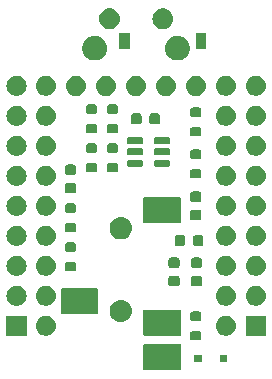
<source format=gbr>
%TF.GenerationSoftware,KiCad,Pcbnew,8.0.6*%
%TF.CreationDate,2025-12-05T01:10:29-07:00*%
%TF.ProjectId,pt_thrifty,70745f74-6872-4696-9674-792e6b696361,rev?*%
%TF.SameCoordinates,Original*%
%TF.FileFunction,Soldermask,Top*%
%TF.FilePolarity,Negative*%
%FSLAX46Y46*%
G04 Gerber Fmt 4.6, Leading zero omitted, Abs format (unit mm)*
G04 Created by KiCad (PCBNEW 8.0.6) date 2025-12-05 01:10:29*
%MOMM*%
%LPD*%
G01*
G04 APERTURE LIST*
G04 APERTURE END LIST*
G36*
X143659534Y-98055764D02*
G01*
X143692625Y-98077875D01*
X143714736Y-98110966D01*
X143722500Y-98150000D01*
X143722500Y-100150000D01*
X143714736Y-100189034D01*
X143692625Y-100222125D01*
X143659534Y-100244236D01*
X143620500Y-100252000D01*
X140620500Y-100252000D01*
X140581466Y-100244236D01*
X140548375Y-100222125D01*
X140526264Y-100189034D01*
X140518500Y-100150000D01*
X140518500Y-98150000D01*
X140526264Y-98110966D01*
X140548375Y-98077875D01*
X140581466Y-98055764D01*
X140620500Y-98048000D01*
X143620500Y-98048000D01*
X143659534Y-98055764D01*
G37*
G36*
X145491200Y-99618800D02*
G01*
X144830800Y-99618800D01*
X144830800Y-99009200D01*
X145491200Y-99009200D01*
X145491200Y-99618800D01*
G37*
G36*
X147650200Y-99618800D02*
G01*
X146989800Y-99618800D01*
X146989800Y-99009200D01*
X147650200Y-99009200D01*
X147650200Y-99618800D01*
G37*
G36*
X145322037Y-96960224D02*
G01*
X145386921Y-97003579D01*
X145430276Y-97068463D01*
X145445500Y-97145000D01*
X145445500Y-97545000D01*
X145430276Y-97621537D01*
X145386921Y-97686421D01*
X145322037Y-97729776D01*
X145245500Y-97745000D01*
X144695500Y-97745000D01*
X144618963Y-97729776D01*
X144554079Y-97686421D01*
X144510724Y-97621537D01*
X144495500Y-97545000D01*
X144495500Y-97145000D01*
X144510724Y-97068463D01*
X144554079Y-97003579D01*
X144618963Y-96960224D01*
X144695500Y-96945000D01*
X145245500Y-96945000D01*
X145322037Y-96960224D01*
G37*
G36*
X130644000Y-97370000D02*
G01*
X128944000Y-97370000D01*
X128944000Y-95670000D01*
X130644000Y-95670000D01*
X130644000Y-97370000D01*
G37*
G36*
X150900500Y-97370000D02*
G01*
X149200500Y-97370000D01*
X149200500Y-95670000D01*
X150900500Y-95670000D01*
X150900500Y-97370000D01*
G37*
G36*
X132533164Y-95711602D02*
G01*
X132695500Y-95783878D01*
X132839261Y-95888327D01*
X132958164Y-96020383D01*
X133047014Y-96174274D01*
X133101925Y-96343275D01*
X133120500Y-96520000D01*
X133101925Y-96696725D01*
X133047014Y-96865726D01*
X132958164Y-97019617D01*
X132839261Y-97151673D01*
X132695500Y-97256122D01*
X132533164Y-97328398D01*
X132359349Y-97365344D01*
X132181651Y-97365344D01*
X132007836Y-97328398D01*
X131845500Y-97256122D01*
X131701739Y-97151673D01*
X131582836Y-97019617D01*
X131493986Y-96865726D01*
X131439075Y-96696725D01*
X131420500Y-96520000D01*
X131439075Y-96343275D01*
X131493986Y-96174274D01*
X131582836Y-96020383D01*
X131701739Y-95888327D01*
X131845500Y-95783878D01*
X132007836Y-95711602D01*
X132181651Y-95674656D01*
X132359349Y-95674656D01*
X132533164Y-95711602D01*
G37*
G36*
X147773164Y-95711602D02*
G01*
X147935500Y-95783878D01*
X148079261Y-95888327D01*
X148198164Y-96020383D01*
X148287014Y-96174274D01*
X148341925Y-96343275D01*
X148360500Y-96520000D01*
X148341925Y-96696725D01*
X148287014Y-96865726D01*
X148198164Y-97019617D01*
X148079261Y-97151673D01*
X147935500Y-97256122D01*
X147773164Y-97328398D01*
X147599349Y-97365344D01*
X147421651Y-97365344D01*
X147247836Y-97328398D01*
X147085500Y-97256122D01*
X146941739Y-97151673D01*
X146822836Y-97019617D01*
X146733986Y-96865726D01*
X146679075Y-96696725D01*
X146660500Y-96520000D01*
X146679075Y-96343275D01*
X146733986Y-96174274D01*
X146822836Y-96020383D01*
X146941739Y-95888327D01*
X147085500Y-95783878D01*
X147247836Y-95711602D01*
X147421651Y-95674656D01*
X147599349Y-95674656D01*
X147773164Y-95711602D01*
G37*
G36*
X143659534Y-95155764D02*
G01*
X143692625Y-95177875D01*
X143714736Y-95210966D01*
X143722500Y-95250000D01*
X143722500Y-97250000D01*
X143714736Y-97289034D01*
X143692625Y-97322125D01*
X143659534Y-97344236D01*
X143620500Y-97352000D01*
X140620500Y-97352000D01*
X140581466Y-97344236D01*
X140548375Y-97322125D01*
X140526264Y-97289034D01*
X140518500Y-97250000D01*
X140518500Y-95250000D01*
X140526264Y-95210966D01*
X140548375Y-95177875D01*
X140581466Y-95155764D01*
X140620500Y-95148000D01*
X143620500Y-95148000D01*
X143659534Y-95155764D01*
G37*
G36*
X138805836Y-94318254D02*
G01*
X138984049Y-94372314D01*
X139148292Y-94460104D01*
X139292251Y-94578249D01*
X139410396Y-94722208D01*
X139498186Y-94886451D01*
X139552246Y-95064664D01*
X139570500Y-95250000D01*
X139552246Y-95435336D01*
X139498186Y-95613549D01*
X139410396Y-95777792D01*
X139292251Y-95921751D01*
X139148292Y-96039896D01*
X138984049Y-96127686D01*
X138805836Y-96181746D01*
X138620500Y-96200000D01*
X138435164Y-96181746D01*
X138256951Y-96127686D01*
X138092708Y-96039896D01*
X137948749Y-95921751D01*
X137830604Y-95777792D01*
X137742814Y-95613549D01*
X137688754Y-95435336D01*
X137670500Y-95250000D01*
X137688754Y-95064664D01*
X137742814Y-94886451D01*
X137830604Y-94722208D01*
X137948749Y-94578249D01*
X138092708Y-94460104D01*
X138256951Y-94372314D01*
X138435164Y-94318254D01*
X138620500Y-94300000D01*
X138805836Y-94318254D01*
G37*
G36*
X145322037Y-95310224D02*
G01*
X145386921Y-95353579D01*
X145430276Y-95418463D01*
X145445500Y-95495000D01*
X145445500Y-95895000D01*
X145430276Y-95971537D01*
X145386921Y-96036421D01*
X145322037Y-96079776D01*
X145245500Y-96095000D01*
X144695500Y-96095000D01*
X144618963Y-96079776D01*
X144554079Y-96036421D01*
X144510724Y-95971537D01*
X144495500Y-95895000D01*
X144495500Y-95495000D01*
X144510724Y-95418463D01*
X144554079Y-95353579D01*
X144618963Y-95310224D01*
X144695500Y-95295000D01*
X145245500Y-95295000D01*
X145322037Y-95310224D01*
G37*
G36*
X136659534Y-93355764D02*
G01*
X136692625Y-93377875D01*
X136714736Y-93410966D01*
X136722500Y-93450000D01*
X136722500Y-95450000D01*
X136714736Y-95489034D01*
X136692625Y-95522125D01*
X136659534Y-95544236D01*
X136620500Y-95552000D01*
X133620500Y-95552000D01*
X133581466Y-95544236D01*
X133548375Y-95522125D01*
X133526264Y-95489034D01*
X133518500Y-95450000D01*
X133518500Y-93450000D01*
X133526264Y-93410966D01*
X133548375Y-93377875D01*
X133581466Y-93355764D01*
X133620500Y-93348000D01*
X136620500Y-93348000D01*
X136659534Y-93355764D01*
G37*
G36*
X130056664Y-93171602D02*
G01*
X130219000Y-93243878D01*
X130362761Y-93348327D01*
X130481664Y-93480383D01*
X130570514Y-93634274D01*
X130625425Y-93803275D01*
X130644000Y-93980000D01*
X130625425Y-94156725D01*
X130570514Y-94325726D01*
X130481664Y-94479617D01*
X130362761Y-94611673D01*
X130219000Y-94716122D01*
X130056664Y-94788398D01*
X129882849Y-94825344D01*
X129705151Y-94825344D01*
X129531336Y-94788398D01*
X129369000Y-94716122D01*
X129225239Y-94611673D01*
X129106336Y-94479617D01*
X129017486Y-94325726D01*
X128962575Y-94156725D01*
X128944000Y-93980000D01*
X128962575Y-93803275D01*
X129017486Y-93634274D01*
X129106336Y-93480383D01*
X129225239Y-93348327D01*
X129369000Y-93243878D01*
X129531336Y-93171602D01*
X129705151Y-93134656D01*
X129882849Y-93134656D01*
X130056664Y-93171602D01*
G37*
G36*
X132533164Y-93171602D02*
G01*
X132695500Y-93243878D01*
X132839261Y-93348327D01*
X132958164Y-93480383D01*
X133047014Y-93634274D01*
X133101925Y-93803275D01*
X133120500Y-93980000D01*
X133101925Y-94156725D01*
X133047014Y-94325726D01*
X132958164Y-94479617D01*
X132839261Y-94611673D01*
X132695500Y-94716122D01*
X132533164Y-94788398D01*
X132359349Y-94825344D01*
X132181651Y-94825344D01*
X132007836Y-94788398D01*
X131845500Y-94716122D01*
X131701739Y-94611673D01*
X131582836Y-94479617D01*
X131493986Y-94325726D01*
X131439075Y-94156725D01*
X131420500Y-93980000D01*
X131439075Y-93803275D01*
X131493986Y-93634274D01*
X131582836Y-93480383D01*
X131701739Y-93348327D01*
X131845500Y-93243878D01*
X132007836Y-93171602D01*
X132181651Y-93134656D01*
X132359349Y-93134656D01*
X132533164Y-93171602D01*
G37*
G36*
X147773164Y-93171602D02*
G01*
X147935500Y-93243878D01*
X148079261Y-93348327D01*
X148198164Y-93480383D01*
X148287014Y-93634274D01*
X148341925Y-93803275D01*
X148360500Y-93980000D01*
X148341925Y-94156725D01*
X148287014Y-94325726D01*
X148198164Y-94479617D01*
X148079261Y-94611673D01*
X147935500Y-94716122D01*
X147773164Y-94788398D01*
X147599349Y-94825344D01*
X147421651Y-94825344D01*
X147247836Y-94788398D01*
X147085500Y-94716122D01*
X146941739Y-94611673D01*
X146822836Y-94479617D01*
X146733986Y-94325726D01*
X146679075Y-94156725D01*
X146660500Y-93980000D01*
X146679075Y-93803275D01*
X146733986Y-93634274D01*
X146822836Y-93480383D01*
X146941739Y-93348327D01*
X147085500Y-93243878D01*
X147247836Y-93171602D01*
X147421651Y-93134656D01*
X147599349Y-93134656D01*
X147773164Y-93171602D01*
G37*
G36*
X150313164Y-93171602D02*
G01*
X150475500Y-93243878D01*
X150619261Y-93348327D01*
X150738164Y-93480383D01*
X150827014Y-93634274D01*
X150881925Y-93803275D01*
X150900500Y-93980000D01*
X150881925Y-94156725D01*
X150827014Y-94325726D01*
X150738164Y-94479617D01*
X150619261Y-94611673D01*
X150475500Y-94716122D01*
X150313164Y-94788398D01*
X150139349Y-94825344D01*
X149961651Y-94825344D01*
X149787836Y-94788398D01*
X149625500Y-94716122D01*
X149481739Y-94611673D01*
X149362836Y-94479617D01*
X149273986Y-94325726D01*
X149219075Y-94156725D01*
X149200500Y-93980000D01*
X149219075Y-93803275D01*
X149273986Y-93634274D01*
X149362836Y-93480383D01*
X149481739Y-93348327D01*
X149625500Y-93243878D01*
X149787836Y-93171602D01*
X149961651Y-93134656D01*
X150139349Y-93134656D01*
X150313164Y-93171602D01*
G37*
G36*
X143465104Y-92290127D02*
G01*
X143538099Y-92338901D01*
X143586873Y-92411896D01*
X143604000Y-92498000D01*
X143604000Y-92948000D01*
X143586873Y-93034104D01*
X143538099Y-93107099D01*
X143465104Y-93155873D01*
X143379000Y-93173000D01*
X142879000Y-93173000D01*
X142792896Y-93155873D01*
X142719901Y-93107099D01*
X142671127Y-93034104D01*
X142654000Y-92948000D01*
X142654000Y-92498000D01*
X142671127Y-92411896D01*
X142719901Y-92338901D01*
X142792896Y-92290127D01*
X142879000Y-92273000D01*
X143379000Y-92273000D01*
X143465104Y-92290127D01*
G37*
G36*
X145370104Y-92290127D02*
G01*
X145443099Y-92338901D01*
X145491873Y-92411896D01*
X145509000Y-92498000D01*
X145509000Y-92948000D01*
X145491873Y-93034104D01*
X145443099Y-93107099D01*
X145370104Y-93155873D01*
X145284000Y-93173000D01*
X144784000Y-93173000D01*
X144697896Y-93155873D01*
X144624901Y-93107099D01*
X144576127Y-93034104D01*
X144559000Y-92948000D01*
X144559000Y-92498000D01*
X144576127Y-92411896D01*
X144624901Y-92338901D01*
X144697896Y-92290127D01*
X144784000Y-92273000D01*
X145284000Y-92273000D01*
X145370104Y-92290127D01*
G37*
G36*
X130056664Y-90631602D02*
G01*
X130219000Y-90703878D01*
X130362761Y-90808327D01*
X130481664Y-90940383D01*
X130570514Y-91094274D01*
X130625425Y-91263275D01*
X130644000Y-91440000D01*
X130625425Y-91616725D01*
X130570514Y-91785726D01*
X130481664Y-91939617D01*
X130362761Y-92071673D01*
X130219000Y-92176122D01*
X130056664Y-92248398D01*
X129882849Y-92285344D01*
X129705151Y-92285344D01*
X129531336Y-92248398D01*
X129369000Y-92176122D01*
X129225239Y-92071673D01*
X129106336Y-91939617D01*
X129017486Y-91785726D01*
X128962575Y-91616725D01*
X128944000Y-91440000D01*
X128962575Y-91263275D01*
X129017486Y-91094274D01*
X129106336Y-90940383D01*
X129225239Y-90808327D01*
X129369000Y-90703878D01*
X129531336Y-90631602D01*
X129705151Y-90594656D01*
X129882849Y-90594656D01*
X130056664Y-90631602D01*
G37*
G36*
X132533164Y-90631602D02*
G01*
X132695500Y-90703878D01*
X132839261Y-90808327D01*
X132958164Y-90940383D01*
X133047014Y-91094274D01*
X133101925Y-91263275D01*
X133120500Y-91440000D01*
X133101925Y-91616725D01*
X133047014Y-91785726D01*
X132958164Y-91939617D01*
X132839261Y-92071673D01*
X132695500Y-92176122D01*
X132533164Y-92248398D01*
X132359349Y-92285344D01*
X132181651Y-92285344D01*
X132007836Y-92248398D01*
X131845500Y-92176122D01*
X131701739Y-92071673D01*
X131582836Y-91939617D01*
X131493986Y-91785726D01*
X131439075Y-91616725D01*
X131420500Y-91440000D01*
X131439075Y-91263275D01*
X131493986Y-91094274D01*
X131582836Y-90940383D01*
X131701739Y-90808327D01*
X131845500Y-90703878D01*
X132007836Y-90631602D01*
X132181651Y-90594656D01*
X132359349Y-90594656D01*
X132533164Y-90631602D01*
G37*
G36*
X147773164Y-90631602D02*
G01*
X147935500Y-90703878D01*
X148079261Y-90808327D01*
X148198164Y-90940383D01*
X148287014Y-91094274D01*
X148341925Y-91263275D01*
X148360500Y-91440000D01*
X148341925Y-91616725D01*
X148287014Y-91785726D01*
X148198164Y-91939617D01*
X148079261Y-92071673D01*
X147935500Y-92176122D01*
X147773164Y-92248398D01*
X147599349Y-92285344D01*
X147421651Y-92285344D01*
X147247836Y-92248398D01*
X147085500Y-92176122D01*
X146941739Y-92071673D01*
X146822836Y-91939617D01*
X146733986Y-91785726D01*
X146679075Y-91616725D01*
X146660500Y-91440000D01*
X146679075Y-91263275D01*
X146733986Y-91094274D01*
X146822836Y-90940383D01*
X146941739Y-90808327D01*
X147085500Y-90703878D01*
X147247836Y-90631602D01*
X147421651Y-90594656D01*
X147599349Y-90594656D01*
X147773164Y-90631602D01*
G37*
G36*
X150313164Y-90631602D02*
G01*
X150475500Y-90703878D01*
X150619261Y-90808327D01*
X150738164Y-90940383D01*
X150827014Y-91094274D01*
X150881925Y-91263275D01*
X150900500Y-91440000D01*
X150881925Y-91616725D01*
X150827014Y-91785726D01*
X150738164Y-91939617D01*
X150619261Y-92071673D01*
X150475500Y-92176122D01*
X150313164Y-92248398D01*
X150139349Y-92285344D01*
X149961651Y-92285344D01*
X149787836Y-92248398D01*
X149625500Y-92176122D01*
X149481739Y-92071673D01*
X149362836Y-91939617D01*
X149273986Y-91785726D01*
X149219075Y-91616725D01*
X149200500Y-91440000D01*
X149219075Y-91263275D01*
X149273986Y-91094274D01*
X149362836Y-90940383D01*
X149481739Y-90808327D01*
X149625500Y-90703878D01*
X149787836Y-90631602D01*
X149961651Y-90594656D01*
X150139349Y-90594656D01*
X150313164Y-90631602D01*
G37*
G36*
X134717537Y-91118224D02*
G01*
X134782421Y-91161579D01*
X134825776Y-91226463D01*
X134841000Y-91303000D01*
X134841000Y-91703000D01*
X134825776Y-91779537D01*
X134782421Y-91844421D01*
X134717537Y-91887776D01*
X134641000Y-91903000D01*
X134091000Y-91903000D01*
X134014463Y-91887776D01*
X133949579Y-91844421D01*
X133906224Y-91779537D01*
X133891000Y-91703000D01*
X133891000Y-91303000D01*
X133906224Y-91226463D01*
X133949579Y-91161579D01*
X134014463Y-91118224D01*
X134091000Y-91103000D01*
X134641000Y-91103000D01*
X134717537Y-91118224D01*
G37*
G36*
X143465104Y-90740127D02*
G01*
X143538099Y-90788901D01*
X143586873Y-90861896D01*
X143604000Y-90948000D01*
X143604000Y-91398000D01*
X143586873Y-91484104D01*
X143538099Y-91557099D01*
X143465104Y-91605873D01*
X143379000Y-91623000D01*
X142879000Y-91623000D01*
X142792896Y-91605873D01*
X142719901Y-91557099D01*
X142671127Y-91484104D01*
X142654000Y-91398000D01*
X142654000Y-90948000D01*
X142671127Y-90861896D01*
X142719901Y-90788901D01*
X142792896Y-90740127D01*
X142879000Y-90723000D01*
X143379000Y-90723000D01*
X143465104Y-90740127D01*
G37*
G36*
X145370104Y-90740127D02*
G01*
X145443099Y-90788901D01*
X145491873Y-90861896D01*
X145509000Y-90948000D01*
X145509000Y-91398000D01*
X145491873Y-91484104D01*
X145443099Y-91557099D01*
X145370104Y-91605873D01*
X145284000Y-91623000D01*
X144784000Y-91623000D01*
X144697896Y-91605873D01*
X144624901Y-91557099D01*
X144576127Y-91484104D01*
X144559000Y-91398000D01*
X144559000Y-90948000D01*
X144576127Y-90861896D01*
X144624901Y-90788901D01*
X144697896Y-90740127D01*
X144784000Y-90723000D01*
X145284000Y-90723000D01*
X145370104Y-90740127D01*
G37*
G36*
X134717537Y-89468224D02*
G01*
X134782421Y-89511579D01*
X134825776Y-89576463D01*
X134841000Y-89653000D01*
X134841000Y-90053000D01*
X134825776Y-90129537D01*
X134782421Y-90194421D01*
X134717537Y-90237776D01*
X134641000Y-90253000D01*
X134091000Y-90253000D01*
X134014463Y-90237776D01*
X133949579Y-90194421D01*
X133906224Y-90129537D01*
X133891000Y-90053000D01*
X133891000Y-89653000D01*
X133906224Y-89576463D01*
X133949579Y-89511579D01*
X134014463Y-89468224D01*
X134091000Y-89453000D01*
X134641000Y-89453000D01*
X134717537Y-89468224D01*
G37*
G36*
X143935104Y-88823127D02*
G01*
X144008099Y-88871901D01*
X144056873Y-88944896D01*
X144074000Y-89031000D01*
X144074000Y-89531000D01*
X144056873Y-89617104D01*
X144008099Y-89690099D01*
X143935104Y-89738873D01*
X143849000Y-89756000D01*
X143399000Y-89756000D01*
X143312896Y-89738873D01*
X143239901Y-89690099D01*
X143191127Y-89617104D01*
X143174000Y-89531000D01*
X143174000Y-89031000D01*
X143191127Y-88944896D01*
X143239901Y-88871901D01*
X143312896Y-88823127D01*
X143399000Y-88806000D01*
X143849000Y-88806000D01*
X143935104Y-88823127D01*
G37*
G36*
X145485104Y-88823127D02*
G01*
X145558099Y-88871901D01*
X145606873Y-88944896D01*
X145624000Y-89031000D01*
X145624000Y-89531000D01*
X145606873Y-89617104D01*
X145558099Y-89690099D01*
X145485104Y-89738873D01*
X145399000Y-89756000D01*
X144949000Y-89756000D01*
X144862896Y-89738873D01*
X144789901Y-89690099D01*
X144741127Y-89617104D01*
X144724000Y-89531000D01*
X144724000Y-89031000D01*
X144741127Y-88944896D01*
X144789901Y-88871901D01*
X144862896Y-88823127D01*
X144949000Y-88806000D01*
X145399000Y-88806000D01*
X145485104Y-88823127D01*
G37*
G36*
X130056664Y-88091602D02*
G01*
X130219000Y-88163878D01*
X130362761Y-88268327D01*
X130481664Y-88400383D01*
X130570514Y-88554274D01*
X130625425Y-88723275D01*
X130644000Y-88900000D01*
X130625425Y-89076725D01*
X130570514Y-89245726D01*
X130481664Y-89399617D01*
X130362761Y-89531673D01*
X130219000Y-89636122D01*
X130056664Y-89708398D01*
X129882849Y-89745344D01*
X129705151Y-89745344D01*
X129531336Y-89708398D01*
X129369000Y-89636122D01*
X129225239Y-89531673D01*
X129106336Y-89399617D01*
X129017486Y-89245726D01*
X128962575Y-89076725D01*
X128944000Y-88900000D01*
X128962575Y-88723275D01*
X129017486Y-88554274D01*
X129106336Y-88400383D01*
X129225239Y-88268327D01*
X129369000Y-88163878D01*
X129531336Y-88091602D01*
X129705151Y-88054656D01*
X129882849Y-88054656D01*
X130056664Y-88091602D01*
G37*
G36*
X132533164Y-88091602D02*
G01*
X132695500Y-88163878D01*
X132839261Y-88268327D01*
X132958164Y-88400383D01*
X133047014Y-88554274D01*
X133101925Y-88723275D01*
X133120500Y-88900000D01*
X133101925Y-89076725D01*
X133047014Y-89245726D01*
X132958164Y-89399617D01*
X132839261Y-89531673D01*
X132695500Y-89636122D01*
X132533164Y-89708398D01*
X132359349Y-89745344D01*
X132181651Y-89745344D01*
X132007836Y-89708398D01*
X131845500Y-89636122D01*
X131701739Y-89531673D01*
X131582836Y-89399617D01*
X131493986Y-89245726D01*
X131439075Y-89076725D01*
X131420500Y-88900000D01*
X131439075Y-88723275D01*
X131493986Y-88554274D01*
X131582836Y-88400383D01*
X131701739Y-88268327D01*
X131845500Y-88163878D01*
X132007836Y-88091602D01*
X132181651Y-88054656D01*
X132359349Y-88054656D01*
X132533164Y-88091602D01*
G37*
G36*
X147773164Y-88091602D02*
G01*
X147935500Y-88163878D01*
X148079261Y-88268327D01*
X148198164Y-88400383D01*
X148287014Y-88554274D01*
X148341925Y-88723275D01*
X148360500Y-88900000D01*
X148341925Y-89076725D01*
X148287014Y-89245726D01*
X148198164Y-89399617D01*
X148079261Y-89531673D01*
X147935500Y-89636122D01*
X147773164Y-89708398D01*
X147599349Y-89745344D01*
X147421651Y-89745344D01*
X147247836Y-89708398D01*
X147085500Y-89636122D01*
X146941739Y-89531673D01*
X146822836Y-89399617D01*
X146733986Y-89245726D01*
X146679075Y-89076725D01*
X146660500Y-88900000D01*
X146679075Y-88723275D01*
X146733986Y-88554274D01*
X146822836Y-88400383D01*
X146941739Y-88268327D01*
X147085500Y-88163878D01*
X147247836Y-88091602D01*
X147421651Y-88054656D01*
X147599349Y-88054656D01*
X147773164Y-88091602D01*
G37*
G36*
X150313164Y-88091602D02*
G01*
X150475500Y-88163878D01*
X150619261Y-88268327D01*
X150738164Y-88400383D01*
X150827014Y-88554274D01*
X150881925Y-88723275D01*
X150900500Y-88900000D01*
X150881925Y-89076725D01*
X150827014Y-89245726D01*
X150738164Y-89399617D01*
X150619261Y-89531673D01*
X150475500Y-89636122D01*
X150313164Y-89708398D01*
X150139349Y-89745344D01*
X149961651Y-89745344D01*
X149787836Y-89708398D01*
X149625500Y-89636122D01*
X149481739Y-89531673D01*
X149362836Y-89399617D01*
X149273986Y-89245726D01*
X149219075Y-89076725D01*
X149200500Y-88900000D01*
X149219075Y-88723275D01*
X149273986Y-88554274D01*
X149362836Y-88400383D01*
X149481739Y-88268327D01*
X149625500Y-88163878D01*
X149787836Y-88091602D01*
X149961651Y-88054656D01*
X150139349Y-88054656D01*
X150313164Y-88091602D01*
G37*
G36*
X138805836Y-87318254D02*
G01*
X138984049Y-87372314D01*
X139148292Y-87460104D01*
X139292251Y-87578249D01*
X139410396Y-87722208D01*
X139498186Y-87886451D01*
X139552246Y-88064664D01*
X139570500Y-88250000D01*
X139552246Y-88435336D01*
X139498186Y-88613549D01*
X139410396Y-88777792D01*
X139292251Y-88921751D01*
X139148292Y-89039896D01*
X138984049Y-89127686D01*
X138805836Y-89181746D01*
X138620500Y-89200000D01*
X138435164Y-89181746D01*
X138256951Y-89127686D01*
X138092708Y-89039896D01*
X137948749Y-88921751D01*
X137830604Y-88777792D01*
X137742814Y-88613549D01*
X137688754Y-88435336D01*
X137670500Y-88250000D01*
X137688754Y-88064664D01*
X137742814Y-87886451D01*
X137830604Y-87722208D01*
X137948749Y-87578249D01*
X138092708Y-87460104D01*
X138256951Y-87372314D01*
X138435164Y-87318254D01*
X138620500Y-87300000D01*
X138805836Y-87318254D01*
G37*
G36*
X134717537Y-87816224D02*
G01*
X134782421Y-87859579D01*
X134825776Y-87924463D01*
X134841000Y-88001000D01*
X134841000Y-88401000D01*
X134825776Y-88477537D01*
X134782421Y-88542421D01*
X134717537Y-88585776D01*
X134641000Y-88601000D01*
X134091000Y-88601000D01*
X134014463Y-88585776D01*
X133949579Y-88542421D01*
X133906224Y-88477537D01*
X133891000Y-88401000D01*
X133891000Y-88001000D01*
X133906224Y-87924463D01*
X133949579Y-87859579D01*
X134014463Y-87816224D01*
X134091000Y-87801000D01*
X134641000Y-87801000D01*
X134717537Y-87816224D01*
G37*
G36*
X143659534Y-85655764D02*
G01*
X143692625Y-85677875D01*
X143714736Y-85710966D01*
X143722500Y-85750000D01*
X143722500Y-87750000D01*
X143714736Y-87789034D01*
X143692625Y-87822125D01*
X143659534Y-87844236D01*
X143620500Y-87852000D01*
X140620500Y-87852000D01*
X140581466Y-87844236D01*
X140548375Y-87822125D01*
X140526264Y-87789034D01*
X140518500Y-87750000D01*
X140518500Y-85750000D01*
X140526264Y-85710966D01*
X140548375Y-85677875D01*
X140581466Y-85655764D01*
X140620500Y-85648000D01*
X143620500Y-85648000D01*
X143659534Y-85655764D01*
G37*
G36*
X145306604Y-86702127D02*
G01*
X145379599Y-86750901D01*
X145428373Y-86823896D01*
X145445500Y-86910000D01*
X145445500Y-87360000D01*
X145428373Y-87446104D01*
X145379599Y-87519099D01*
X145306604Y-87567873D01*
X145220500Y-87585000D01*
X144720500Y-87585000D01*
X144634396Y-87567873D01*
X144561401Y-87519099D01*
X144512627Y-87446104D01*
X144495500Y-87360000D01*
X144495500Y-86910000D01*
X144512627Y-86823896D01*
X144561401Y-86750901D01*
X144634396Y-86702127D01*
X144720500Y-86685000D01*
X145220500Y-86685000D01*
X145306604Y-86702127D01*
G37*
G36*
X130056664Y-85551602D02*
G01*
X130219000Y-85623878D01*
X130362761Y-85728327D01*
X130481664Y-85860383D01*
X130570514Y-86014274D01*
X130625425Y-86183275D01*
X130644000Y-86360000D01*
X130625425Y-86536725D01*
X130570514Y-86705726D01*
X130481664Y-86859617D01*
X130362761Y-86991673D01*
X130219000Y-87096122D01*
X130056664Y-87168398D01*
X129882849Y-87205344D01*
X129705151Y-87205344D01*
X129531336Y-87168398D01*
X129369000Y-87096122D01*
X129225239Y-86991673D01*
X129106336Y-86859617D01*
X129017486Y-86705726D01*
X128962575Y-86536725D01*
X128944000Y-86360000D01*
X128962575Y-86183275D01*
X129017486Y-86014274D01*
X129106336Y-85860383D01*
X129225239Y-85728327D01*
X129369000Y-85623878D01*
X129531336Y-85551602D01*
X129705151Y-85514656D01*
X129882849Y-85514656D01*
X130056664Y-85551602D01*
G37*
G36*
X132533164Y-85551602D02*
G01*
X132695500Y-85623878D01*
X132839261Y-85728327D01*
X132958164Y-85860383D01*
X133047014Y-86014274D01*
X133101925Y-86183275D01*
X133120500Y-86360000D01*
X133101925Y-86536725D01*
X133047014Y-86705726D01*
X132958164Y-86859617D01*
X132839261Y-86991673D01*
X132695500Y-87096122D01*
X132533164Y-87168398D01*
X132359349Y-87205344D01*
X132181651Y-87205344D01*
X132007836Y-87168398D01*
X131845500Y-87096122D01*
X131701739Y-86991673D01*
X131582836Y-86859617D01*
X131493986Y-86705726D01*
X131439075Y-86536725D01*
X131420500Y-86360000D01*
X131439075Y-86183275D01*
X131493986Y-86014274D01*
X131582836Y-85860383D01*
X131701739Y-85728327D01*
X131845500Y-85623878D01*
X132007836Y-85551602D01*
X132181651Y-85514656D01*
X132359349Y-85514656D01*
X132533164Y-85551602D01*
G37*
G36*
X147773164Y-85551602D02*
G01*
X147935500Y-85623878D01*
X148079261Y-85728327D01*
X148198164Y-85860383D01*
X148287014Y-86014274D01*
X148341925Y-86183275D01*
X148360500Y-86360000D01*
X148341925Y-86536725D01*
X148287014Y-86705726D01*
X148198164Y-86859617D01*
X148079261Y-86991673D01*
X147935500Y-87096122D01*
X147773164Y-87168398D01*
X147599349Y-87205344D01*
X147421651Y-87205344D01*
X147247836Y-87168398D01*
X147085500Y-87096122D01*
X146941739Y-86991673D01*
X146822836Y-86859617D01*
X146733986Y-86705726D01*
X146679075Y-86536725D01*
X146660500Y-86360000D01*
X146679075Y-86183275D01*
X146733986Y-86014274D01*
X146822836Y-85860383D01*
X146941739Y-85728327D01*
X147085500Y-85623878D01*
X147247836Y-85551602D01*
X147421651Y-85514656D01*
X147599349Y-85514656D01*
X147773164Y-85551602D01*
G37*
G36*
X150313164Y-85551602D02*
G01*
X150475500Y-85623878D01*
X150619261Y-85728327D01*
X150738164Y-85860383D01*
X150827014Y-86014274D01*
X150881925Y-86183275D01*
X150900500Y-86360000D01*
X150881925Y-86536725D01*
X150827014Y-86705726D01*
X150738164Y-86859617D01*
X150619261Y-86991673D01*
X150475500Y-87096122D01*
X150313164Y-87168398D01*
X150139349Y-87205344D01*
X149961651Y-87205344D01*
X149787836Y-87168398D01*
X149625500Y-87096122D01*
X149481739Y-86991673D01*
X149362836Y-86859617D01*
X149273986Y-86705726D01*
X149219075Y-86536725D01*
X149200500Y-86360000D01*
X149219075Y-86183275D01*
X149273986Y-86014274D01*
X149362836Y-85860383D01*
X149481739Y-85728327D01*
X149625500Y-85623878D01*
X149787836Y-85551602D01*
X149961651Y-85514656D01*
X150139349Y-85514656D01*
X150313164Y-85551602D01*
G37*
G36*
X134717537Y-86166224D02*
G01*
X134782421Y-86209579D01*
X134825776Y-86274463D01*
X134841000Y-86351000D01*
X134841000Y-86751000D01*
X134825776Y-86827537D01*
X134782421Y-86892421D01*
X134717537Y-86935776D01*
X134641000Y-86951000D01*
X134091000Y-86951000D01*
X134014463Y-86935776D01*
X133949579Y-86892421D01*
X133906224Y-86827537D01*
X133891000Y-86751000D01*
X133891000Y-86351000D01*
X133906224Y-86274463D01*
X133949579Y-86209579D01*
X134014463Y-86166224D01*
X134091000Y-86151000D01*
X134641000Y-86151000D01*
X134717537Y-86166224D01*
G37*
G36*
X145306604Y-85152127D02*
G01*
X145379599Y-85200901D01*
X145428373Y-85273896D01*
X145445500Y-85360000D01*
X145445500Y-85810000D01*
X145428373Y-85896104D01*
X145379599Y-85969099D01*
X145306604Y-86017873D01*
X145220500Y-86035000D01*
X144720500Y-86035000D01*
X144634396Y-86017873D01*
X144561401Y-85969099D01*
X144512627Y-85896104D01*
X144495500Y-85810000D01*
X144495500Y-85360000D01*
X144512627Y-85273896D01*
X144561401Y-85200901D01*
X144634396Y-85152127D01*
X144720500Y-85135000D01*
X145220500Y-85135000D01*
X145306604Y-85152127D01*
G37*
G36*
X134702104Y-84416127D02*
G01*
X134775099Y-84464901D01*
X134823873Y-84537896D01*
X134841000Y-84624000D01*
X134841000Y-85074000D01*
X134823873Y-85160104D01*
X134775099Y-85233099D01*
X134702104Y-85281873D01*
X134616000Y-85299000D01*
X134116000Y-85299000D01*
X134029896Y-85281873D01*
X133956901Y-85233099D01*
X133908127Y-85160104D01*
X133891000Y-85074000D01*
X133891000Y-84624000D01*
X133908127Y-84537896D01*
X133956901Y-84464901D01*
X134029896Y-84416127D01*
X134116000Y-84399000D01*
X134616000Y-84399000D01*
X134702104Y-84416127D01*
G37*
G36*
X130056664Y-83011602D02*
G01*
X130219000Y-83083878D01*
X130362761Y-83188327D01*
X130481664Y-83320383D01*
X130570514Y-83474274D01*
X130625425Y-83643275D01*
X130644000Y-83820000D01*
X130625425Y-83996725D01*
X130570514Y-84165726D01*
X130481664Y-84319617D01*
X130362761Y-84451673D01*
X130219000Y-84556122D01*
X130056664Y-84628398D01*
X129882849Y-84665344D01*
X129705151Y-84665344D01*
X129531336Y-84628398D01*
X129369000Y-84556122D01*
X129225239Y-84451673D01*
X129106336Y-84319617D01*
X129017486Y-84165726D01*
X128962575Y-83996725D01*
X128944000Y-83820000D01*
X128962575Y-83643275D01*
X129017486Y-83474274D01*
X129106336Y-83320383D01*
X129225239Y-83188327D01*
X129369000Y-83083878D01*
X129531336Y-83011602D01*
X129705151Y-82974656D01*
X129882849Y-82974656D01*
X130056664Y-83011602D01*
G37*
G36*
X132533164Y-83011602D02*
G01*
X132695500Y-83083878D01*
X132839261Y-83188327D01*
X132958164Y-83320383D01*
X133047014Y-83474274D01*
X133101925Y-83643275D01*
X133120500Y-83820000D01*
X133101925Y-83996725D01*
X133047014Y-84165726D01*
X132958164Y-84319617D01*
X132839261Y-84451673D01*
X132695500Y-84556122D01*
X132533164Y-84628398D01*
X132359349Y-84665344D01*
X132181651Y-84665344D01*
X132007836Y-84628398D01*
X131845500Y-84556122D01*
X131701739Y-84451673D01*
X131582836Y-84319617D01*
X131493986Y-84165726D01*
X131439075Y-83996725D01*
X131420500Y-83820000D01*
X131439075Y-83643275D01*
X131493986Y-83474274D01*
X131582836Y-83320383D01*
X131701739Y-83188327D01*
X131845500Y-83083878D01*
X132007836Y-83011602D01*
X132181651Y-82974656D01*
X132359349Y-82974656D01*
X132533164Y-83011602D01*
G37*
G36*
X147773164Y-83011602D02*
G01*
X147935500Y-83083878D01*
X148079261Y-83188327D01*
X148198164Y-83320383D01*
X148287014Y-83474274D01*
X148341925Y-83643275D01*
X148360500Y-83820000D01*
X148341925Y-83996725D01*
X148287014Y-84165726D01*
X148198164Y-84319617D01*
X148079261Y-84451673D01*
X147935500Y-84556122D01*
X147773164Y-84628398D01*
X147599349Y-84665344D01*
X147421651Y-84665344D01*
X147247836Y-84628398D01*
X147085500Y-84556122D01*
X146941739Y-84451673D01*
X146822836Y-84319617D01*
X146733986Y-84165726D01*
X146679075Y-83996725D01*
X146660500Y-83820000D01*
X146679075Y-83643275D01*
X146733986Y-83474274D01*
X146822836Y-83320383D01*
X146941739Y-83188327D01*
X147085500Y-83083878D01*
X147247836Y-83011602D01*
X147421651Y-82974656D01*
X147599349Y-82974656D01*
X147773164Y-83011602D01*
G37*
G36*
X150313164Y-83011602D02*
G01*
X150475500Y-83083878D01*
X150619261Y-83188327D01*
X150738164Y-83320383D01*
X150827014Y-83474274D01*
X150881925Y-83643275D01*
X150900500Y-83820000D01*
X150881925Y-83996725D01*
X150827014Y-84165726D01*
X150738164Y-84319617D01*
X150619261Y-84451673D01*
X150475500Y-84556122D01*
X150313164Y-84628398D01*
X150139349Y-84665344D01*
X149961651Y-84665344D01*
X149787836Y-84628398D01*
X149625500Y-84556122D01*
X149481739Y-84451673D01*
X149362836Y-84319617D01*
X149273986Y-84165726D01*
X149219075Y-83996725D01*
X149200500Y-83820000D01*
X149219075Y-83643275D01*
X149273986Y-83474274D01*
X149362836Y-83320383D01*
X149481739Y-83188327D01*
X149625500Y-83083878D01*
X149787836Y-83011602D01*
X149961651Y-82974656D01*
X150139349Y-82974656D01*
X150313164Y-83011602D01*
G37*
G36*
X145322037Y-83244224D02*
G01*
X145386921Y-83287579D01*
X145430276Y-83352463D01*
X145445500Y-83429000D01*
X145445500Y-83829000D01*
X145430276Y-83905537D01*
X145386921Y-83970421D01*
X145322037Y-84013776D01*
X145245500Y-84029000D01*
X144695500Y-84029000D01*
X144618963Y-84013776D01*
X144554079Y-83970421D01*
X144510724Y-83905537D01*
X144495500Y-83829000D01*
X144495500Y-83429000D01*
X144510724Y-83352463D01*
X144554079Y-83287579D01*
X144618963Y-83244224D01*
X144695500Y-83229000D01*
X145245500Y-83229000D01*
X145322037Y-83244224D01*
G37*
G36*
X134702104Y-82866127D02*
G01*
X134775099Y-82914901D01*
X134823873Y-82987896D01*
X134841000Y-83074000D01*
X134841000Y-83524000D01*
X134823873Y-83610104D01*
X134775099Y-83683099D01*
X134702104Y-83731873D01*
X134616000Y-83749000D01*
X134116000Y-83749000D01*
X134029896Y-83731873D01*
X133956901Y-83683099D01*
X133908127Y-83610104D01*
X133891000Y-83524000D01*
X133891000Y-83074000D01*
X133908127Y-82987896D01*
X133956901Y-82914901D01*
X134029896Y-82866127D01*
X134116000Y-82849000D01*
X134616000Y-82849000D01*
X134702104Y-82866127D01*
G37*
G36*
X136495537Y-82736224D02*
G01*
X136560421Y-82779579D01*
X136603776Y-82844463D01*
X136619000Y-82921000D01*
X136619000Y-83321000D01*
X136603776Y-83397537D01*
X136560421Y-83462421D01*
X136495537Y-83505776D01*
X136419000Y-83521000D01*
X135869000Y-83521000D01*
X135792463Y-83505776D01*
X135727579Y-83462421D01*
X135684224Y-83397537D01*
X135669000Y-83321000D01*
X135669000Y-82921000D01*
X135684224Y-82844463D01*
X135727579Y-82779579D01*
X135792463Y-82736224D01*
X135869000Y-82721000D01*
X136419000Y-82721000D01*
X136495537Y-82736224D01*
G37*
G36*
X138273537Y-82736224D02*
G01*
X138338421Y-82779579D01*
X138381776Y-82844463D01*
X138397000Y-82921000D01*
X138397000Y-83321000D01*
X138381776Y-83397537D01*
X138338421Y-83462421D01*
X138273537Y-83505776D01*
X138197000Y-83521000D01*
X137647000Y-83521000D01*
X137570463Y-83505776D01*
X137505579Y-83462421D01*
X137462224Y-83397537D01*
X137447000Y-83321000D01*
X137447000Y-82921000D01*
X137462224Y-82844463D01*
X137505579Y-82779579D01*
X137570463Y-82736224D01*
X137647000Y-82721000D01*
X138197000Y-82721000D01*
X138273537Y-82736224D01*
G37*
G36*
X140407903Y-82449418D02*
G01*
X140456566Y-82481934D01*
X140489082Y-82530597D01*
X140500500Y-82588000D01*
X140500500Y-82888000D01*
X140489082Y-82945403D01*
X140456566Y-82994066D01*
X140407903Y-83026582D01*
X140350500Y-83038000D01*
X139325500Y-83038000D01*
X139268097Y-83026582D01*
X139219434Y-82994066D01*
X139186918Y-82945403D01*
X139175500Y-82888000D01*
X139175500Y-82588000D01*
X139186918Y-82530597D01*
X139219434Y-82481934D01*
X139268097Y-82449418D01*
X139325500Y-82438000D01*
X140350500Y-82438000D01*
X140407903Y-82449418D01*
G37*
G36*
X142682903Y-82449418D02*
G01*
X142731566Y-82481934D01*
X142764082Y-82530597D01*
X142775500Y-82588000D01*
X142775500Y-82888000D01*
X142764082Y-82945403D01*
X142731566Y-82994066D01*
X142682903Y-83026582D01*
X142625500Y-83038000D01*
X141600500Y-83038000D01*
X141543097Y-83026582D01*
X141494434Y-82994066D01*
X141461918Y-82945403D01*
X141450500Y-82888000D01*
X141450500Y-82588000D01*
X141461918Y-82530597D01*
X141494434Y-82481934D01*
X141543097Y-82449418D01*
X141600500Y-82438000D01*
X142625500Y-82438000D01*
X142682903Y-82449418D01*
G37*
G36*
X145322037Y-81594224D02*
G01*
X145386921Y-81637579D01*
X145430276Y-81702463D01*
X145445500Y-81779000D01*
X145445500Y-82179000D01*
X145430276Y-82255537D01*
X145386921Y-82320421D01*
X145322037Y-82363776D01*
X145245500Y-82379000D01*
X144695500Y-82379000D01*
X144618963Y-82363776D01*
X144554079Y-82320421D01*
X144510724Y-82255537D01*
X144495500Y-82179000D01*
X144495500Y-81779000D01*
X144510724Y-81702463D01*
X144554079Y-81637579D01*
X144618963Y-81594224D01*
X144695500Y-81579000D01*
X145245500Y-81579000D01*
X145322037Y-81594224D01*
G37*
G36*
X130056664Y-80471602D02*
G01*
X130219000Y-80543878D01*
X130362761Y-80648327D01*
X130481664Y-80780383D01*
X130570514Y-80934274D01*
X130625425Y-81103275D01*
X130644000Y-81280000D01*
X130625425Y-81456725D01*
X130570514Y-81625726D01*
X130481664Y-81779617D01*
X130362761Y-81911673D01*
X130219000Y-82016122D01*
X130056664Y-82088398D01*
X129882849Y-82125344D01*
X129705151Y-82125344D01*
X129531336Y-82088398D01*
X129369000Y-82016122D01*
X129225239Y-81911673D01*
X129106336Y-81779617D01*
X129017486Y-81625726D01*
X128962575Y-81456725D01*
X128944000Y-81280000D01*
X128962575Y-81103275D01*
X129017486Y-80934274D01*
X129106336Y-80780383D01*
X129225239Y-80648327D01*
X129369000Y-80543878D01*
X129531336Y-80471602D01*
X129705151Y-80434656D01*
X129882849Y-80434656D01*
X130056664Y-80471602D01*
G37*
G36*
X132533164Y-80471602D02*
G01*
X132695500Y-80543878D01*
X132839261Y-80648327D01*
X132958164Y-80780383D01*
X133047014Y-80934274D01*
X133101925Y-81103275D01*
X133120500Y-81280000D01*
X133101925Y-81456725D01*
X133047014Y-81625726D01*
X132958164Y-81779617D01*
X132839261Y-81911673D01*
X132695500Y-82016122D01*
X132533164Y-82088398D01*
X132359349Y-82125344D01*
X132181651Y-82125344D01*
X132007836Y-82088398D01*
X131845500Y-82016122D01*
X131701739Y-81911673D01*
X131582836Y-81779617D01*
X131493986Y-81625726D01*
X131439075Y-81456725D01*
X131420500Y-81280000D01*
X131439075Y-81103275D01*
X131493986Y-80934274D01*
X131582836Y-80780383D01*
X131701739Y-80648327D01*
X131845500Y-80543878D01*
X132007836Y-80471602D01*
X132181651Y-80434656D01*
X132359349Y-80434656D01*
X132533164Y-80471602D01*
G37*
G36*
X147773164Y-80471602D02*
G01*
X147935500Y-80543878D01*
X148079261Y-80648327D01*
X148198164Y-80780383D01*
X148287014Y-80934274D01*
X148341925Y-81103275D01*
X148360500Y-81280000D01*
X148341925Y-81456725D01*
X148287014Y-81625726D01*
X148198164Y-81779617D01*
X148079261Y-81911673D01*
X147935500Y-82016122D01*
X147773164Y-82088398D01*
X147599349Y-82125344D01*
X147421651Y-82125344D01*
X147247836Y-82088398D01*
X147085500Y-82016122D01*
X146941739Y-81911673D01*
X146822836Y-81779617D01*
X146733986Y-81625726D01*
X146679075Y-81456725D01*
X146660500Y-81280000D01*
X146679075Y-81103275D01*
X146733986Y-80934274D01*
X146822836Y-80780383D01*
X146941739Y-80648327D01*
X147085500Y-80543878D01*
X147247836Y-80471602D01*
X147421651Y-80434656D01*
X147599349Y-80434656D01*
X147773164Y-80471602D01*
G37*
G36*
X150313164Y-80471602D02*
G01*
X150475500Y-80543878D01*
X150619261Y-80648327D01*
X150738164Y-80780383D01*
X150827014Y-80934274D01*
X150881925Y-81103275D01*
X150900500Y-81280000D01*
X150881925Y-81456725D01*
X150827014Y-81625726D01*
X150738164Y-81779617D01*
X150619261Y-81911673D01*
X150475500Y-82016122D01*
X150313164Y-82088398D01*
X150139349Y-82125344D01*
X149961651Y-82125344D01*
X149787836Y-82088398D01*
X149625500Y-82016122D01*
X149481739Y-81911673D01*
X149362836Y-81779617D01*
X149273986Y-81625726D01*
X149219075Y-81456725D01*
X149200500Y-81280000D01*
X149219075Y-81103275D01*
X149273986Y-80934274D01*
X149362836Y-80780383D01*
X149481739Y-80648327D01*
X149625500Y-80543878D01*
X149787836Y-80471602D01*
X149961651Y-80434656D01*
X150139349Y-80434656D01*
X150313164Y-80471602D01*
G37*
G36*
X140407903Y-81499418D02*
G01*
X140456566Y-81531934D01*
X140489082Y-81580597D01*
X140500500Y-81638000D01*
X140500500Y-81938000D01*
X140489082Y-81995403D01*
X140456566Y-82044066D01*
X140407903Y-82076582D01*
X140350500Y-82088000D01*
X139325500Y-82088000D01*
X139268097Y-82076582D01*
X139219434Y-82044066D01*
X139186918Y-81995403D01*
X139175500Y-81938000D01*
X139175500Y-81638000D01*
X139186918Y-81580597D01*
X139219434Y-81531934D01*
X139268097Y-81499418D01*
X139325500Y-81488000D01*
X140350500Y-81488000D01*
X140407903Y-81499418D01*
G37*
G36*
X142682903Y-81499418D02*
G01*
X142731566Y-81531934D01*
X142764082Y-81580597D01*
X142775500Y-81638000D01*
X142775500Y-81938000D01*
X142764082Y-81995403D01*
X142731566Y-82044066D01*
X142682903Y-82076582D01*
X142625500Y-82088000D01*
X141600500Y-82088000D01*
X141543097Y-82076582D01*
X141494434Y-82044066D01*
X141461918Y-81995403D01*
X141450500Y-81938000D01*
X141450500Y-81638000D01*
X141461918Y-81580597D01*
X141494434Y-81531934D01*
X141543097Y-81499418D01*
X141600500Y-81488000D01*
X142625500Y-81488000D01*
X142682903Y-81499418D01*
G37*
G36*
X136495537Y-81086224D02*
G01*
X136560421Y-81129579D01*
X136603776Y-81194463D01*
X136619000Y-81271000D01*
X136619000Y-81671000D01*
X136603776Y-81747537D01*
X136560421Y-81812421D01*
X136495537Y-81855776D01*
X136419000Y-81871000D01*
X135869000Y-81871000D01*
X135792463Y-81855776D01*
X135727579Y-81812421D01*
X135684224Y-81747537D01*
X135669000Y-81671000D01*
X135669000Y-81271000D01*
X135684224Y-81194463D01*
X135727579Y-81129579D01*
X135792463Y-81086224D01*
X135869000Y-81071000D01*
X136419000Y-81071000D01*
X136495537Y-81086224D01*
G37*
G36*
X138273537Y-81086224D02*
G01*
X138338421Y-81129579D01*
X138381776Y-81194463D01*
X138397000Y-81271000D01*
X138397000Y-81671000D01*
X138381776Y-81747537D01*
X138338421Y-81812421D01*
X138273537Y-81855776D01*
X138197000Y-81871000D01*
X137647000Y-81871000D01*
X137570463Y-81855776D01*
X137505579Y-81812421D01*
X137462224Y-81747537D01*
X137447000Y-81671000D01*
X137447000Y-81271000D01*
X137462224Y-81194463D01*
X137505579Y-81129579D01*
X137570463Y-81086224D01*
X137647000Y-81071000D01*
X138197000Y-81071000D01*
X138273537Y-81086224D01*
G37*
G36*
X140407903Y-80549418D02*
G01*
X140456566Y-80581934D01*
X140489082Y-80630597D01*
X140500500Y-80688000D01*
X140500500Y-80988000D01*
X140489082Y-81045403D01*
X140456566Y-81094066D01*
X140407903Y-81126582D01*
X140350500Y-81138000D01*
X139325500Y-81138000D01*
X139268097Y-81126582D01*
X139219434Y-81094066D01*
X139186918Y-81045403D01*
X139175500Y-80988000D01*
X139175500Y-80688000D01*
X139186918Y-80630597D01*
X139219434Y-80581934D01*
X139268097Y-80549418D01*
X139325500Y-80538000D01*
X140350500Y-80538000D01*
X140407903Y-80549418D01*
G37*
G36*
X142682903Y-80549418D02*
G01*
X142731566Y-80581934D01*
X142764082Y-80630597D01*
X142775500Y-80688000D01*
X142775500Y-80988000D01*
X142764082Y-81045403D01*
X142731566Y-81094066D01*
X142682903Y-81126582D01*
X142625500Y-81138000D01*
X141600500Y-81138000D01*
X141543097Y-81126582D01*
X141494434Y-81094066D01*
X141461918Y-81045403D01*
X141450500Y-80988000D01*
X141450500Y-80688000D01*
X141461918Y-80630597D01*
X141494434Y-80581934D01*
X141543097Y-80549418D01*
X141600500Y-80538000D01*
X142625500Y-80538000D01*
X142682903Y-80549418D01*
G37*
G36*
X145322037Y-79688224D02*
G01*
X145386921Y-79731579D01*
X145430276Y-79796463D01*
X145445500Y-79873000D01*
X145445500Y-80273000D01*
X145430276Y-80349537D01*
X145386921Y-80414421D01*
X145322037Y-80457776D01*
X145245500Y-80473000D01*
X144695500Y-80473000D01*
X144618963Y-80457776D01*
X144554079Y-80414421D01*
X144510724Y-80349537D01*
X144495500Y-80273000D01*
X144495500Y-79873000D01*
X144510724Y-79796463D01*
X144554079Y-79731579D01*
X144618963Y-79688224D01*
X144695500Y-79673000D01*
X145245500Y-79673000D01*
X145322037Y-79688224D01*
G37*
G36*
X136495537Y-79434224D02*
G01*
X136560421Y-79477579D01*
X136603776Y-79542463D01*
X136619000Y-79619000D01*
X136619000Y-80019000D01*
X136603776Y-80095537D01*
X136560421Y-80160421D01*
X136495537Y-80203776D01*
X136419000Y-80219000D01*
X135869000Y-80219000D01*
X135792463Y-80203776D01*
X135727579Y-80160421D01*
X135684224Y-80095537D01*
X135669000Y-80019000D01*
X135669000Y-79619000D01*
X135684224Y-79542463D01*
X135727579Y-79477579D01*
X135792463Y-79434224D01*
X135869000Y-79419000D01*
X136419000Y-79419000D01*
X136495537Y-79434224D01*
G37*
G36*
X138273537Y-79434224D02*
G01*
X138338421Y-79477579D01*
X138381776Y-79542463D01*
X138397000Y-79619000D01*
X138397000Y-80019000D01*
X138381776Y-80095537D01*
X138338421Y-80160421D01*
X138273537Y-80203776D01*
X138197000Y-80219000D01*
X137647000Y-80219000D01*
X137570463Y-80203776D01*
X137505579Y-80160421D01*
X137462224Y-80095537D01*
X137447000Y-80019000D01*
X137447000Y-79619000D01*
X137462224Y-79542463D01*
X137505579Y-79477579D01*
X137570463Y-79434224D01*
X137647000Y-79419000D01*
X138197000Y-79419000D01*
X138273537Y-79434224D01*
G37*
G36*
X130056664Y-77931602D02*
G01*
X130219000Y-78003878D01*
X130362761Y-78108327D01*
X130481664Y-78240383D01*
X130570514Y-78394274D01*
X130625425Y-78563275D01*
X130644000Y-78740000D01*
X130625425Y-78916725D01*
X130570514Y-79085726D01*
X130481664Y-79239617D01*
X130362761Y-79371673D01*
X130219000Y-79476122D01*
X130056664Y-79548398D01*
X129882849Y-79585344D01*
X129705151Y-79585344D01*
X129531336Y-79548398D01*
X129369000Y-79476122D01*
X129225239Y-79371673D01*
X129106336Y-79239617D01*
X129017486Y-79085726D01*
X128962575Y-78916725D01*
X128944000Y-78740000D01*
X128962575Y-78563275D01*
X129017486Y-78394274D01*
X129106336Y-78240383D01*
X129225239Y-78108327D01*
X129369000Y-78003878D01*
X129531336Y-77931602D01*
X129705151Y-77894656D01*
X129882849Y-77894656D01*
X130056664Y-77931602D01*
G37*
G36*
X132533164Y-77931602D02*
G01*
X132695500Y-78003878D01*
X132839261Y-78108327D01*
X132958164Y-78240383D01*
X133047014Y-78394274D01*
X133101925Y-78563275D01*
X133120500Y-78740000D01*
X133101925Y-78916725D01*
X133047014Y-79085726D01*
X132958164Y-79239617D01*
X132839261Y-79371673D01*
X132695500Y-79476122D01*
X132533164Y-79548398D01*
X132359349Y-79585344D01*
X132181651Y-79585344D01*
X132007836Y-79548398D01*
X131845500Y-79476122D01*
X131701739Y-79371673D01*
X131582836Y-79239617D01*
X131493986Y-79085726D01*
X131439075Y-78916725D01*
X131420500Y-78740000D01*
X131439075Y-78563275D01*
X131493986Y-78394274D01*
X131582836Y-78240383D01*
X131701739Y-78108327D01*
X131845500Y-78003878D01*
X132007836Y-77931602D01*
X132181651Y-77894656D01*
X132359349Y-77894656D01*
X132533164Y-77931602D01*
G37*
G36*
X147773164Y-77931602D02*
G01*
X147935500Y-78003878D01*
X148079261Y-78108327D01*
X148198164Y-78240383D01*
X148287014Y-78394274D01*
X148341925Y-78563275D01*
X148360500Y-78740000D01*
X148341925Y-78916725D01*
X148287014Y-79085726D01*
X148198164Y-79239617D01*
X148079261Y-79371673D01*
X147935500Y-79476122D01*
X147773164Y-79548398D01*
X147599349Y-79585344D01*
X147421651Y-79585344D01*
X147247836Y-79548398D01*
X147085500Y-79476122D01*
X146941739Y-79371673D01*
X146822836Y-79239617D01*
X146733986Y-79085726D01*
X146679075Y-78916725D01*
X146660500Y-78740000D01*
X146679075Y-78563275D01*
X146733986Y-78394274D01*
X146822836Y-78240383D01*
X146941739Y-78108327D01*
X147085500Y-78003878D01*
X147247836Y-77931602D01*
X147421651Y-77894656D01*
X147599349Y-77894656D01*
X147773164Y-77931602D01*
G37*
G36*
X150313164Y-77931602D02*
G01*
X150475500Y-78003878D01*
X150619261Y-78108327D01*
X150738164Y-78240383D01*
X150827014Y-78394274D01*
X150881925Y-78563275D01*
X150900500Y-78740000D01*
X150881925Y-78916725D01*
X150827014Y-79085726D01*
X150738164Y-79239617D01*
X150619261Y-79371673D01*
X150475500Y-79476122D01*
X150313164Y-79548398D01*
X150139349Y-79585344D01*
X149961651Y-79585344D01*
X149787836Y-79548398D01*
X149625500Y-79476122D01*
X149481739Y-79371673D01*
X149362836Y-79239617D01*
X149273986Y-79085726D01*
X149219075Y-78916725D01*
X149200500Y-78740000D01*
X149219075Y-78563275D01*
X149273986Y-78394274D01*
X149362836Y-78240383D01*
X149481739Y-78108327D01*
X149625500Y-78003878D01*
X149787836Y-77931602D01*
X149961651Y-77894656D01*
X150139349Y-77894656D01*
X150313164Y-77931602D01*
G37*
G36*
X140252104Y-78536127D02*
G01*
X140325099Y-78584901D01*
X140373873Y-78657896D01*
X140391000Y-78744000D01*
X140391000Y-79244000D01*
X140373873Y-79330104D01*
X140325099Y-79403099D01*
X140252104Y-79451873D01*
X140166000Y-79469000D01*
X139716000Y-79469000D01*
X139629896Y-79451873D01*
X139556901Y-79403099D01*
X139508127Y-79330104D01*
X139491000Y-79244000D01*
X139491000Y-78744000D01*
X139508127Y-78657896D01*
X139556901Y-78584901D01*
X139629896Y-78536127D01*
X139716000Y-78519000D01*
X140166000Y-78519000D01*
X140252104Y-78536127D01*
G37*
G36*
X141802104Y-78536127D02*
G01*
X141875099Y-78584901D01*
X141923873Y-78657896D01*
X141941000Y-78744000D01*
X141941000Y-79244000D01*
X141923873Y-79330104D01*
X141875099Y-79403099D01*
X141802104Y-79451873D01*
X141716000Y-79469000D01*
X141266000Y-79469000D01*
X141179896Y-79451873D01*
X141106901Y-79403099D01*
X141058127Y-79330104D01*
X141041000Y-79244000D01*
X141041000Y-78744000D01*
X141058127Y-78657896D01*
X141106901Y-78584901D01*
X141179896Y-78536127D01*
X141266000Y-78519000D01*
X141716000Y-78519000D01*
X141802104Y-78536127D01*
G37*
G36*
X145322037Y-78038224D02*
G01*
X145386921Y-78081579D01*
X145430276Y-78146463D01*
X145445500Y-78223000D01*
X145445500Y-78623000D01*
X145430276Y-78699537D01*
X145386921Y-78764421D01*
X145322037Y-78807776D01*
X145245500Y-78823000D01*
X144695500Y-78823000D01*
X144618963Y-78807776D01*
X144554079Y-78764421D01*
X144510724Y-78699537D01*
X144495500Y-78623000D01*
X144495500Y-78223000D01*
X144510724Y-78146463D01*
X144554079Y-78081579D01*
X144618963Y-78038224D01*
X144695500Y-78023000D01*
X145245500Y-78023000D01*
X145322037Y-78038224D01*
G37*
G36*
X136495537Y-77784224D02*
G01*
X136560421Y-77827579D01*
X136603776Y-77892463D01*
X136619000Y-77969000D01*
X136619000Y-78369000D01*
X136603776Y-78445537D01*
X136560421Y-78510421D01*
X136495537Y-78553776D01*
X136419000Y-78569000D01*
X135869000Y-78569000D01*
X135792463Y-78553776D01*
X135727579Y-78510421D01*
X135684224Y-78445537D01*
X135669000Y-78369000D01*
X135669000Y-77969000D01*
X135684224Y-77892463D01*
X135727579Y-77827579D01*
X135792463Y-77784224D01*
X135869000Y-77769000D01*
X136419000Y-77769000D01*
X136495537Y-77784224D01*
G37*
G36*
X138273537Y-77784224D02*
G01*
X138338421Y-77827579D01*
X138381776Y-77892463D01*
X138397000Y-77969000D01*
X138397000Y-78369000D01*
X138381776Y-78445537D01*
X138338421Y-78510421D01*
X138273537Y-78553776D01*
X138197000Y-78569000D01*
X137647000Y-78569000D01*
X137570463Y-78553776D01*
X137505579Y-78510421D01*
X137462224Y-78445537D01*
X137447000Y-78369000D01*
X137447000Y-77969000D01*
X137462224Y-77892463D01*
X137505579Y-77827579D01*
X137570463Y-77784224D01*
X137647000Y-77769000D01*
X138197000Y-77769000D01*
X138273537Y-77784224D01*
G37*
G36*
X135073164Y-75401602D02*
G01*
X135235500Y-75473878D01*
X135379261Y-75578327D01*
X135498164Y-75710383D01*
X135587014Y-75864274D01*
X135641925Y-76033275D01*
X135660500Y-76210000D01*
X135641925Y-76386725D01*
X135587014Y-76555726D01*
X135498164Y-76709617D01*
X135379261Y-76841673D01*
X135235500Y-76946122D01*
X135073164Y-77018398D01*
X134899349Y-77055344D01*
X134721651Y-77055344D01*
X134547836Y-77018398D01*
X134385500Y-76946122D01*
X134241739Y-76841673D01*
X134122836Y-76709617D01*
X134033986Y-76555726D01*
X133979075Y-76386725D01*
X133960500Y-76210000D01*
X133979075Y-76033275D01*
X134033986Y-75864274D01*
X134122836Y-75710383D01*
X134241739Y-75578327D01*
X134385500Y-75473878D01*
X134547836Y-75401602D01*
X134721651Y-75364656D01*
X134899349Y-75364656D01*
X135073164Y-75401602D01*
G37*
G36*
X137613164Y-75401602D02*
G01*
X137775500Y-75473878D01*
X137919261Y-75578327D01*
X138038164Y-75710383D01*
X138127014Y-75864274D01*
X138181925Y-76033275D01*
X138200500Y-76210000D01*
X138181925Y-76386725D01*
X138127014Y-76555726D01*
X138038164Y-76709617D01*
X137919261Y-76841673D01*
X137775500Y-76946122D01*
X137613164Y-77018398D01*
X137439349Y-77055344D01*
X137261651Y-77055344D01*
X137087836Y-77018398D01*
X136925500Y-76946122D01*
X136781739Y-76841673D01*
X136662836Y-76709617D01*
X136573986Y-76555726D01*
X136519075Y-76386725D01*
X136500500Y-76210000D01*
X136519075Y-76033275D01*
X136573986Y-75864274D01*
X136662836Y-75710383D01*
X136781739Y-75578327D01*
X136925500Y-75473878D01*
X137087836Y-75401602D01*
X137261651Y-75364656D01*
X137439349Y-75364656D01*
X137613164Y-75401602D01*
G37*
G36*
X140153164Y-75401602D02*
G01*
X140315500Y-75473878D01*
X140459261Y-75578327D01*
X140578164Y-75710383D01*
X140667014Y-75864274D01*
X140721925Y-76033275D01*
X140740500Y-76210000D01*
X140721925Y-76386725D01*
X140667014Y-76555726D01*
X140578164Y-76709617D01*
X140459261Y-76841673D01*
X140315500Y-76946122D01*
X140153164Y-77018398D01*
X139979349Y-77055344D01*
X139801651Y-77055344D01*
X139627836Y-77018398D01*
X139465500Y-76946122D01*
X139321739Y-76841673D01*
X139202836Y-76709617D01*
X139113986Y-76555726D01*
X139059075Y-76386725D01*
X139040500Y-76210000D01*
X139059075Y-76033275D01*
X139113986Y-75864274D01*
X139202836Y-75710383D01*
X139321739Y-75578327D01*
X139465500Y-75473878D01*
X139627836Y-75401602D01*
X139801651Y-75364656D01*
X139979349Y-75364656D01*
X140153164Y-75401602D01*
G37*
G36*
X142693164Y-75401602D02*
G01*
X142855500Y-75473878D01*
X142999261Y-75578327D01*
X143118164Y-75710383D01*
X143207014Y-75864274D01*
X143261925Y-76033275D01*
X143280500Y-76210000D01*
X143261925Y-76386725D01*
X143207014Y-76555726D01*
X143118164Y-76709617D01*
X142999261Y-76841673D01*
X142855500Y-76946122D01*
X142693164Y-77018398D01*
X142519349Y-77055344D01*
X142341651Y-77055344D01*
X142167836Y-77018398D01*
X142005500Y-76946122D01*
X141861739Y-76841673D01*
X141742836Y-76709617D01*
X141653986Y-76555726D01*
X141599075Y-76386725D01*
X141580500Y-76210000D01*
X141599075Y-76033275D01*
X141653986Y-75864274D01*
X141742836Y-75710383D01*
X141861739Y-75578327D01*
X142005500Y-75473878D01*
X142167836Y-75401602D01*
X142341651Y-75364656D01*
X142519349Y-75364656D01*
X142693164Y-75401602D01*
G37*
G36*
X145233164Y-75401602D02*
G01*
X145395500Y-75473878D01*
X145539261Y-75578327D01*
X145658164Y-75710383D01*
X145747014Y-75864274D01*
X145801925Y-76033275D01*
X145820500Y-76210000D01*
X145801925Y-76386725D01*
X145747014Y-76555726D01*
X145658164Y-76709617D01*
X145539261Y-76841673D01*
X145395500Y-76946122D01*
X145233164Y-77018398D01*
X145059349Y-77055344D01*
X144881651Y-77055344D01*
X144707836Y-77018398D01*
X144545500Y-76946122D01*
X144401739Y-76841673D01*
X144282836Y-76709617D01*
X144193986Y-76555726D01*
X144139075Y-76386725D01*
X144120500Y-76210000D01*
X144139075Y-76033275D01*
X144193986Y-75864274D01*
X144282836Y-75710383D01*
X144401739Y-75578327D01*
X144545500Y-75473878D01*
X144707836Y-75401602D01*
X144881651Y-75364656D01*
X145059349Y-75364656D01*
X145233164Y-75401602D01*
G37*
G36*
X130056664Y-75391602D02*
G01*
X130219000Y-75463878D01*
X130362761Y-75568327D01*
X130481664Y-75700383D01*
X130570514Y-75854274D01*
X130625425Y-76023275D01*
X130644000Y-76200000D01*
X130625425Y-76376725D01*
X130570514Y-76545726D01*
X130481664Y-76699617D01*
X130362761Y-76831673D01*
X130219000Y-76936122D01*
X130056664Y-77008398D01*
X129882849Y-77045344D01*
X129705151Y-77045344D01*
X129531336Y-77008398D01*
X129369000Y-76936122D01*
X129225239Y-76831673D01*
X129106336Y-76699617D01*
X129017486Y-76545726D01*
X128962575Y-76376725D01*
X128944000Y-76200000D01*
X128962575Y-76023275D01*
X129017486Y-75854274D01*
X129106336Y-75700383D01*
X129225239Y-75568327D01*
X129369000Y-75463878D01*
X129531336Y-75391602D01*
X129705151Y-75354656D01*
X129882849Y-75354656D01*
X130056664Y-75391602D01*
G37*
G36*
X132533164Y-75391602D02*
G01*
X132695500Y-75463878D01*
X132839261Y-75568327D01*
X132958164Y-75700383D01*
X133047014Y-75854274D01*
X133101925Y-76023275D01*
X133120500Y-76200000D01*
X133101925Y-76376725D01*
X133047014Y-76545726D01*
X132958164Y-76699617D01*
X132839261Y-76831673D01*
X132695500Y-76936122D01*
X132533164Y-77008398D01*
X132359349Y-77045344D01*
X132181651Y-77045344D01*
X132007836Y-77008398D01*
X131845500Y-76936122D01*
X131701739Y-76831673D01*
X131582836Y-76699617D01*
X131493986Y-76545726D01*
X131439075Y-76376725D01*
X131420500Y-76200000D01*
X131439075Y-76023275D01*
X131493986Y-75854274D01*
X131582836Y-75700383D01*
X131701739Y-75568327D01*
X131845500Y-75463878D01*
X132007836Y-75391602D01*
X132181651Y-75354656D01*
X132359349Y-75354656D01*
X132533164Y-75391602D01*
G37*
G36*
X147773164Y-75391602D02*
G01*
X147935500Y-75463878D01*
X148079261Y-75568327D01*
X148198164Y-75700383D01*
X148287014Y-75854274D01*
X148341925Y-76023275D01*
X148360500Y-76200000D01*
X148341925Y-76376725D01*
X148287014Y-76545726D01*
X148198164Y-76699617D01*
X148079261Y-76831673D01*
X147935500Y-76936122D01*
X147773164Y-77008398D01*
X147599349Y-77045344D01*
X147421651Y-77045344D01*
X147247836Y-77008398D01*
X147085500Y-76936122D01*
X146941739Y-76831673D01*
X146822836Y-76699617D01*
X146733986Y-76545726D01*
X146679075Y-76376725D01*
X146660500Y-76200000D01*
X146679075Y-76023275D01*
X146733986Y-75854274D01*
X146822836Y-75700383D01*
X146941739Y-75568327D01*
X147085500Y-75463878D01*
X147247836Y-75391602D01*
X147421651Y-75354656D01*
X147599349Y-75354656D01*
X147773164Y-75391602D01*
G37*
G36*
X150313164Y-75391602D02*
G01*
X150475500Y-75463878D01*
X150619261Y-75568327D01*
X150738164Y-75700383D01*
X150827014Y-75854274D01*
X150881925Y-76023275D01*
X150900500Y-76200000D01*
X150881925Y-76376725D01*
X150827014Y-76545726D01*
X150738164Y-76699617D01*
X150619261Y-76831673D01*
X150475500Y-76936122D01*
X150313164Y-77008398D01*
X150139349Y-77045344D01*
X149961651Y-77045344D01*
X149787836Y-77008398D01*
X149625500Y-76936122D01*
X149481739Y-76831673D01*
X149362836Y-76699617D01*
X149273986Y-76545726D01*
X149219075Y-76376725D01*
X149200500Y-76200000D01*
X149219075Y-76023275D01*
X149273986Y-75854274D01*
X149362836Y-75700383D01*
X149481739Y-75568327D01*
X149625500Y-75463878D01*
X149787836Y-75391602D01*
X149961651Y-75354656D01*
X150139349Y-75354656D01*
X150313164Y-75391602D01*
G37*
G36*
X136452679Y-71955096D02*
G01*
X136501861Y-71955096D01*
X136556631Y-71965334D01*
X136609844Y-71970575D01*
X136650267Y-71982837D01*
X136692282Y-71990691D01*
X136750473Y-72013234D01*
X136806817Y-72030326D01*
X136839008Y-72047532D01*
X136872930Y-72060674D01*
X136931875Y-72097171D01*
X136988348Y-72127357D01*
X137012074Y-72146828D01*
X137037633Y-72162654D01*
X137094262Y-72214279D01*
X137147461Y-72257938D01*
X137163227Y-72277148D01*
X137180799Y-72293168D01*
X137231809Y-72360717D01*
X137278042Y-72417051D01*
X137286982Y-72433777D01*
X137297541Y-72447759D01*
X137339540Y-72532106D01*
X137375073Y-72598582D01*
X137378863Y-72611076D01*
X137383890Y-72621172D01*
X137413589Y-72725554D01*
X137434824Y-72795555D01*
X137435521Y-72802636D01*
X137436907Y-72807506D01*
X137451314Y-72962986D01*
X137454999Y-73000400D01*
X137451313Y-73037816D01*
X137436907Y-73193293D01*
X137435521Y-73198162D01*
X137434824Y-73205245D01*
X137413584Y-73275261D01*
X137383890Y-73379627D01*
X137378864Y-73389720D01*
X137375073Y-73402218D01*
X137339533Y-73468707D01*
X137297541Y-73553040D01*
X137286984Y-73567019D01*
X137278042Y-73583749D01*
X137231800Y-73640094D01*
X137180799Y-73707631D01*
X137163230Y-73723647D01*
X137147461Y-73742862D01*
X137094251Y-73786529D01*
X137037633Y-73838145D01*
X137012079Y-73853967D01*
X136988348Y-73873443D01*
X136931864Y-73903634D01*
X136872930Y-73940125D01*
X136839015Y-73953263D01*
X136806817Y-73970474D01*
X136750462Y-73987569D01*
X136692282Y-74010108D01*
X136650274Y-74017960D01*
X136609844Y-74030225D01*
X136556628Y-74035466D01*
X136501861Y-74045704D01*
X136452679Y-74045704D01*
X136404999Y-74050400D01*
X136357319Y-74045704D01*
X136308137Y-74045704D01*
X136253368Y-74035466D01*
X136200154Y-74030225D01*
X136159725Y-74017961D01*
X136117715Y-74010108D01*
X136059531Y-73987567D01*
X136003181Y-73970474D01*
X135970985Y-73953264D01*
X135937067Y-73940125D01*
X135878126Y-73903630D01*
X135821650Y-73873443D01*
X135797921Y-73853969D01*
X135772364Y-73838145D01*
X135715736Y-73786521D01*
X135662537Y-73742862D01*
X135646770Y-73723650D01*
X135629198Y-73707631D01*
X135578185Y-73640079D01*
X135531956Y-73583749D01*
X135523016Y-73567023D01*
X135512456Y-73553040D01*
X135470449Y-73468679D01*
X135434925Y-73402218D01*
X135431135Y-73389725D01*
X135426107Y-73379627D01*
X135396396Y-73275207D01*
X135375174Y-73205245D01*
X135374476Y-73198167D01*
X135373090Y-73193293D01*
X135358667Y-73037644D01*
X135354999Y-73000400D01*
X135358666Y-72963158D01*
X135373090Y-72807506D01*
X135374477Y-72802630D01*
X135375174Y-72795555D01*
X135396392Y-72725607D01*
X135426107Y-72621172D01*
X135431136Y-72611071D01*
X135434925Y-72598582D01*
X135470442Y-72532133D01*
X135512456Y-72447759D01*
X135523018Y-72433772D01*
X135531956Y-72417051D01*
X135578175Y-72360732D01*
X135629198Y-72293168D01*
X135646773Y-72277145D01*
X135662537Y-72257938D01*
X135715725Y-72214287D01*
X135772364Y-72162654D01*
X135797926Y-72146826D01*
X135821650Y-72127357D01*
X135878114Y-72097175D01*
X135937067Y-72060674D01*
X135970992Y-72047531D01*
X136003181Y-72030326D01*
X136059519Y-72013235D01*
X136117715Y-71990691D01*
X136159731Y-71982836D01*
X136200154Y-71970575D01*
X136253365Y-71965334D01*
X136308137Y-71955096D01*
X136357319Y-71955096D01*
X136404999Y-71950400D01*
X136452679Y-71955096D01*
G37*
G36*
X143462679Y-71955096D02*
G01*
X143511861Y-71955096D01*
X143566631Y-71965334D01*
X143619844Y-71970575D01*
X143660267Y-71982837D01*
X143702282Y-71990691D01*
X143760473Y-72013234D01*
X143816817Y-72030326D01*
X143849008Y-72047532D01*
X143882930Y-72060674D01*
X143941875Y-72097171D01*
X143998348Y-72127357D01*
X144022074Y-72146828D01*
X144047633Y-72162654D01*
X144104262Y-72214279D01*
X144157461Y-72257938D01*
X144173227Y-72277148D01*
X144190799Y-72293168D01*
X144241809Y-72360717D01*
X144288042Y-72417051D01*
X144296982Y-72433777D01*
X144307541Y-72447759D01*
X144349540Y-72532106D01*
X144385073Y-72598582D01*
X144388863Y-72611076D01*
X144393890Y-72621172D01*
X144423589Y-72725554D01*
X144444824Y-72795555D01*
X144445521Y-72802636D01*
X144446907Y-72807506D01*
X144461314Y-72962986D01*
X144464999Y-73000400D01*
X144461313Y-73037816D01*
X144446907Y-73193293D01*
X144445521Y-73198162D01*
X144444824Y-73205245D01*
X144423584Y-73275261D01*
X144393890Y-73379627D01*
X144388864Y-73389720D01*
X144385073Y-73402218D01*
X144349533Y-73468707D01*
X144307541Y-73553040D01*
X144296984Y-73567019D01*
X144288042Y-73583749D01*
X144241800Y-73640094D01*
X144190799Y-73707631D01*
X144173230Y-73723647D01*
X144157461Y-73742862D01*
X144104251Y-73786529D01*
X144047633Y-73838145D01*
X144022079Y-73853967D01*
X143998348Y-73873443D01*
X143941864Y-73903634D01*
X143882930Y-73940125D01*
X143849015Y-73953263D01*
X143816817Y-73970474D01*
X143760462Y-73987569D01*
X143702282Y-74010108D01*
X143660274Y-74017960D01*
X143619844Y-74030225D01*
X143566628Y-74035466D01*
X143511861Y-74045704D01*
X143462679Y-74045704D01*
X143414999Y-74050400D01*
X143367319Y-74045704D01*
X143318137Y-74045704D01*
X143263368Y-74035466D01*
X143210154Y-74030225D01*
X143169725Y-74017961D01*
X143127715Y-74010108D01*
X143069531Y-73987567D01*
X143013181Y-73970474D01*
X142980985Y-73953264D01*
X142947067Y-73940125D01*
X142888126Y-73903630D01*
X142831650Y-73873443D01*
X142807921Y-73853969D01*
X142782364Y-73838145D01*
X142725736Y-73786521D01*
X142672537Y-73742862D01*
X142656770Y-73723650D01*
X142639198Y-73707631D01*
X142588185Y-73640079D01*
X142541956Y-73583749D01*
X142533016Y-73567023D01*
X142522456Y-73553040D01*
X142480449Y-73468679D01*
X142444925Y-73402218D01*
X142441135Y-73389725D01*
X142436107Y-73379627D01*
X142406396Y-73275207D01*
X142385174Y-73205245D01*
X142384476Y-73198167D01*
X142383090Y-73193293D01*
X142368667Y-73037644D01*
X142364999Y-73000400D01*
X142368666Y-72963158D01*
X142383090Y-72807506D01*
X142384477Y-72802630D01*
X142385174Y-72795555D01*
X142406392Y-72725607D01*
X142436107Y-72621172D01*
X142441136Y-72611071D01*
X142444925Y-72598582D01*
X142480442Y-72532133D01*
X142522456Y-72447759D01*
X142533018Y-72433772D01*
X142541956Y-72417051D01*
X142588175Y-72360732D01*
X142639198Y-72293168D01*
X142656773Y-72277145D01*
X142672537Y-72257938D01*
X142725725Y-72214287D01*
X142782364Y-72162654D01*
X142807926Y-72146826D01*
X142831650Y-72127357D01*
X142888114Y-72097175D01*
X142947067Y-72060674D01*
X142980992Y-72047531D01*
X143013181Y-72030326D01*
X143069519Y-72013235D01*
X143127715Y-71990691D01*
X143169731Y-71982836D01*
X143210154Y-71970575D01*
X143263365Y-71965334D01*
X143318137Y-71955096D01*
X143367319Y-71955096D01*
X143414999Y-71950400D01*
X143462679Y-71955096D01*
G37*
G36*
X139359498Y-73088500D02*
G01*
X138470498Y-73088500D01*
X138470498Y-71691500D01*
X139359498Y-71691500D01*
X139359498Y-73088500D01*
G37*
G36*
X145859500Y-73088500D02*
G01*
X144970500Y-73088500D01*
X144970500Y-71691500D01*
X145859500Y-71691500D01*
X145859500Y-73088500D01*
G37*
G36*
X137935389Y-69678226D02*
G01*
X138102499Y-69752628D01*
X138250488Y-69860148D01*
X138372889Y-69996088D01*
X138464351Y-70154505D01*
X138520878Y-70328477D01*
X138539999Y-70510400D01*
X138520878Y-70692323D01*
X138464351Y-70866295D01*
X138372889Y-71024712D01*
X138250488Y-71160652D01*
X138102499Y-71268172D01*
X137935389Y-71342574D01*
X137756461Y-71380607D01*
X137573537Y-71380607D01*
X137394609Y-71342574D01*
X137227499Y-71268172D01*
X137079510Y-71160652D01*
X136957109Y-71024712D01*
X136865647Y-70866295D01*
X136809120Y-70692323D01*
X136789999Y-70510400D01*
X136809120Y-70328477D01*
X136865647Y-70154505D01*
X136957109Y-69996088D01*
X137079510Y-69860148D01*
X137227499Y-69752628D01*
X137394609Y-69678226D01*
X137573537Y-69640193D01*
X137756461Y-69640193D01*
X137935389Y-69678226D01*
G37*
G36*
X142435389Y-69678226D02*
G01*
X142602499Y-69752628D01*
X142750488Y-69860148D01*
X142872889Y-69996088D01*
X142964351Y-70154505D01*
X143020878Y-70328477D01*
X143039999Y-70510400D01*
X143020878Y-70692323D01*
X142964351Y-70866295D01*
X142872889Y-71024712D01*
X142750488Y-71160652D01*
X142602499Y-71268172D01*
X142435389Y-71342574D01*
X142256461Y-71380607D01*
X142073537Y-71380607D01*
X141894609Y-71342574D01*
X141727499Y-71268172D01*
X141579510Y-71160652D01*
X141457109Y-71024712D01*
X141365647Y-70866295D01*
X141309120Y-70692323D01*
X141289999Y-70510400D01*
X141309120Y-70328477D01*
X141365647Y-70154505D01*
X141457109Y-69996088D01*
X141579510Y-69860148D01*
X141727499Y-69752628D01*
X141894609Y-69678226D01*
X142073537Y-69640193D01*
X142256461Y-69640193D01*
X142435389Y-69678226D01*
G37*
M02*

</source>
